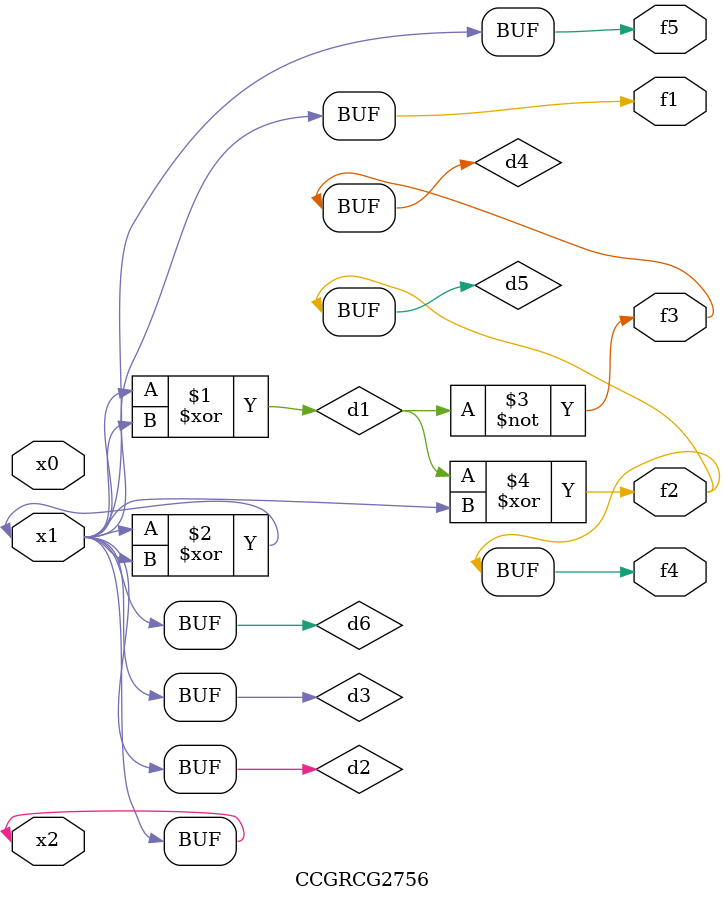
<source format=v>
module CCGRCG2756(
	input x0, x1, x2,
	output f1, f2, f3, f4, f5
);

	wire d1, d2, d3, d4, d5, d6;

	xor (d1, x1, x2);
	buf (d2, x1, x2);
	xor (d3, x1, x2);
	nor (d4, d1);
	xor (d5, d1, d2);
	buf (d6, d2, d3);
	assign f1 = d6;
	assign f2 = d5;
	assign f3 = d4;
	assign f4 = d5;
	assign f5 = d6;
endmodule

</source>
